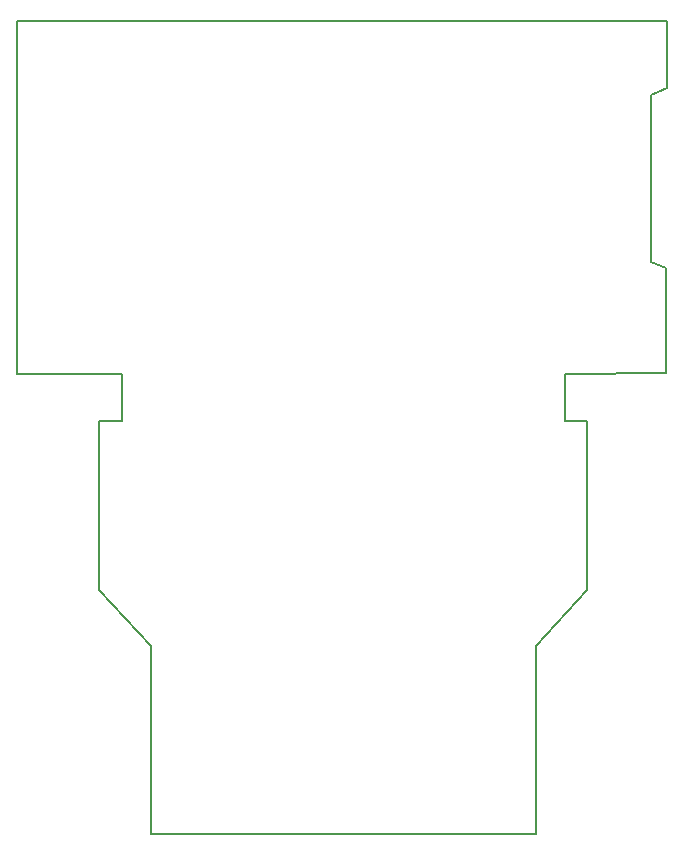
<source format=gm1>
%TF.GenerationSoftware,KiCad,Pcbnew,8.0.8-8.0.8-0~ubuntu22.04.1*%
%TF.CreationDate,2025-02-03T17:59:30-05:00*%
%TF.ProjectId,2600cart,32363030-6361-4727-942e-6b696361645f,rev?*%
%TF.SameCoordinates,Original*%
%TF.FileFunction,Profile,NP*%
%FSLAX46Y46*%
G04 Gerber Fmt 4.6, Leading zero omitted, Abs format (unit mm)*
G04 Created by KiCad (PCBNEW 8.0.8-8.0.8-0~ubuntu22.04.1) date 2025-02-03 17:59:30*
%MOMM*%
%LPD*%
G01*
G04 APERTURE LIST*
%TA.AperFunction,Profile*%
%ADD10C,0.150000*%
%TD*%
G04 APERTURE END LIST*
D10*
X143002000Y-72136000D02*
X141681200Y-72745600D01*
X141681200Y-86918800D01*
X142951200Y-87376000D01*
X142951200Y-96280100D01*
X134345400Y-96398600D01*
X134345400Y-100386400D01*
X136225000Y-100386400D01*
X136225000Y-114686600D01*
X131881600Y-119436400D01*
X131881600Y-135311400D01*
X99344200Y-135311400D01*
X99344200Y-119436400D01*
X94950000Y-114686600D01*
X94950000Y-100386400D01*
X96829600Y-100386400D01*
X96829600Y-96398600D01*
X87981145Y-96358231D01*
X88000000Y-66500000D01*
X143000000Y-66500000D01*
X143002000Y-72136000D01*
M02*

</source>
